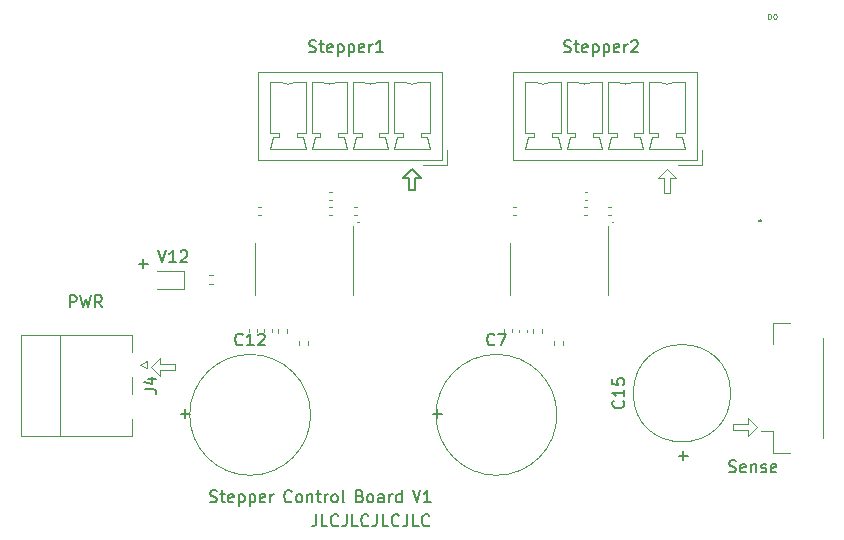
<source format=gbr>
%TF.GenerationSoftware,KiCad,Pcbnew,(7.0.0)*%
%TF.CreationDate,2023-03-01T19:42:45-06:00*%
%TF.ProjectId,TurretCtl,54757272-6574-4437-946c-2e6b69636164,rev?*%
%TF.SameCoordinates,Original*%
%TF.FileFunction,Legend,Top*%
%TF.FilePolarity,Positive*%
%FSLAX46Y46*%
G04 Gerber Fmt 4.6, Leading zero omitted, Abs format (unit mm)*
G04 Created by KiCad (PCBNEW (7.0.0)) date 2023-03-01 19:42:45*
%MOMM*%
%LPD*%
G01*
G04 APERTURE LIST*
%ADD10C,0.150000*%
%ADD11C,0.050000*%
%ADD12C,0.075800*%
%ADD13C,0.075000*%
%ADD14C,0.120000*%
G04 APERTURE END LIST*
D10*
X126238001Y-82804000D02*
G75*
G03*
X126238001Y-82804000I-1J0D01*
G01*
D11*
X138430000Y-100076000D02*
X137668000Y-100838000D01*
X137668000Y-100330000D01*
X136398000Y-100330000D01*
X136398000Y-99822000D01*
X137668000Y-99822000D01*
X137668000Y-99314000D01*
X138430000Y-100076000D01*
X87884000Y-94742000D02*
X89154000Y-94742000D01*
X89154000Y-95250000D01*
X87884000Y-95250000D01*
X87884000Y-95758000D01*
X87122000Y-94996000D01*
X87884000Y-94234000D01*
X87884000Y-94742000D01*
X104749600Y-82778600D02*
G75*
G03*
X104749600Y-82778600I-50800J0D01*
G01*
D12*
X104736700Y-82778600D02*
G75*
G03*
X104736700Y-82778600I-37900J0D01*
G01*
D10*
X109982000Y-78994000D02*
X109474000Y-78994000D01*
X109474000Y-80010000D01*
X108966000Y-80010000D01*
X108966000Y-78994000D01*
X108458000Y-78994000D01*
X109220000Y-78232000D01*
X109982000Y-78994000D01*
D11*
X131572000Y-78994000D02*
X131064000Y-78994000D01*
X131064000Y-80264000D01*
X130556000Y-80264000D01*
X130556000Y-78994000D01*
X130048000Y-78994000D01*
X130810000Y-78232000D01*
X131572000Y-78994000D01*
D10*
X104648001Y-82804000D02*
G75*
G03*
X104648001Y-82804000I-1J0D01*
G01*
D11*
X126288800Y-82804000D02*
G75*
G03*
X126288800Y-82804000I-50800J0D01*
G01*
D10*
X110982095Y-98969428D02*
X111744000Y-98969428D01*
X111363047Y-99350380D02*
X111363047Y-98588476D01*
X122110476Y-68314761D02*
X122253333Y-68362380D01*
X122253333Y-68362380D02*
X122491428Y-68362380D01*
X122491428Y-68362380D02*
X122586666Y-68314761D01*
X122586666Y-68314761D02*
X122634285Y-68267142D01*
X122634285Y-68267142D02*
X122681904Y-68171904D01*
X122681904Y-68171904D02*
X122681904Y-68076666D01*
X122681904Y-68076666D02*
X122634285Y-67981428D01*
X122634285Y-67981428D02*
X122586666Y-67933809D01*
X122586666Y-67933809D02*
X122491428Y-67886190D01*
X122491428Y-67886190D02*
X122300952Y-67838571D01*
X122300952Y-67838571D02*
X122205714Y-67790952D01*
X122205714Y-67790952D02*
X122158095Y-67743333D01*
X122158095Y-67743333D02*
X122110476Y-67648095D01*
X122110476Y-67648095D02*
X122110476Y-67552857D01*
X122110476Y-67552857D02*
X122158095Y-67457619D01*
X122158095Y-67457619D02*
X122205714Y-67410000D01*
X122205714Y-67410000D02*
X122300952Y-67362380D01*
X122300952Y-67362380D02*
X122539047Y-67362380D01*
X122539047Y-67362380D02*
X122681904Y-67410000D01*
X122967619Y-67695714D02*
X123348571Y-67695714D01*
X123110476Y-67362380D02*
X123110476Y-68219523D01*
X123110476Y-68219523D02*
X123158095Y-68314761D01*
X123158095Y-68314761D02*
X123253333Y-68362380D01*
X123253333Y-68362380D02*
X123348571Y-68362380D01*
X124062857Y-68314761D02*
X123967619Y-68362380D01*
X123967619Y-68362380D02*
X123777143Y-68362380D01*
X123777143Y-68362380D02*
X123681905Y-68314761D01*
X123681905Y-68314761D02*
X123634286Y-68219523D01*
X123634286Y-68219523D02*
X123634286Y-67838571D01*
X123634286Y-67838571D02*
X123681905Y-67743333D01*
X123681905Y-67743333D02*
X123777143Y-67695714D01*
X123777143Y-67695714D02*
X123967619Y-67695714D01*
X123967619Y-67695714D02*
X124062857Y-67743333D01*
X124062857Y-67743333D02*
X124110476Y-67838571D01*
X124110476Y-67838571D02*
X124110476Y-67933809D01*
X124110476Y-67933809D02*
X123634286Y-68029047D01*
X124539048Y-67695714D02*
X124539048Y-68695714D01*
X124539048Y-67743333D02*
X124634286Y-67695714D01*
X124634286Y-67695714D02*
X124824762Y-67695714D01*
X124824762Y-67695714D02*
X124920000Y-67743333D01*
X124920000Y-67743333D02*
X124967619Y-67790952D01*
X124967619Y-67790952D02*
X125015238Y-67886190D01*
X125015238Y-67886190D02*
X125015238Y-68171904D01*
X125015238Y-68171904D02*
X124967619Y-68267142D01*
X124967619Y-68267142D02*
X124920000Y-68314761D01*
X124920000Y-68314761D02*
X124824762Y-68362380D01*
X124824762Y-68362380D02*
X124634286Y-68362380D01*
X124634286Y-68362380D02*
X124539048Y-68314761D01*
X125443810Y-67695714D02*
X125443810Y-68695714D01*
X125443810Y-67743333D02*
X125539048Y-67695714D01*
X125539048Y-67695714D02*
X125729524Y-67695714D01*
X125729524Y-67695714D02*
X125824762Y-67743333D01*
X125824762Y-67743333D02*
X125872381Y-67790952D01*
X125872381Y-67790952D02*
X125920000Y-67886190D01*
X125920000Y-67886190D02*
X125920000Y-68171904D01*
X125920000Y-68171904D02*
X125872381Y-68267142D01*
X125872381Y-68267142D02*
X125824762Y-68314761D01*
X125824762Y-68314761D02*
X125729524Y-68362380D01*
X125729524Y-68362380D02*
X125539048Y-68362380D01*
X125539048Y-68362380D02*
X125443810Y-68314761D01*
X126729524Y-68314761D02*
X126634286Y-68362380D01*
X126634286Y-68362380D02*
X126443810Y-68362380D01*
X126443810Y-68362380D02*
X126348572Y-68314761D01*
X126348572Y-68314761D02*
X126300953Y-68219523D01*
X126300953Y-68219523D02*
X126300953Y-67838571D01*
X126300953Y-67838571D02*
X126348572Y-67743333D01*
X126348572Y-67743333D02*
X126443810Y-67695714D01*
X126443810Y-67695714D02*
X126634286Y-67695714D01*
X126634286Y-67695714D02*
X126729524Y-67743333D01*
X126729524Y-67743333D02*
X126777143Y-67838571D01*
X126777143Y-67838571D02*
X126777143Y-67933809D01*
X126777143Y-67933809D02*
X126300953Y-68029047D01*
X127205715Y-68362380D02*
X127205715Y-67695714D01*
X127205715Y-67886190D02*
X127253334Y-67790952D01*
X127253334Y-67790952D02*
X127300953Y-67743333D01*
X127300953Y-67743333D02*
X127396191Y-67695714D01*
X127396191Y-67695714D02*
X127491429Y-67695714D01*
X127777144Y-67457619D02*
X127824763Y-67410000D01*
X127824763Y-67410000D02*
X127920001Y-67362380D01*
X127920001Y-67362380D02*
X128158096Y-67362380D01*
X128158096Y-67362380D02*
X128253334Y-67410000D01*
X128253334Y-67410000D02*
X128300953Y-67457619D01*
X128300953Y-67457619D02*
X128348572Y-67552857D01*
X128348572Y-67552857D02*
X128348572Y-67648095D01*
X128348572Y-67648095D02*
X128300953Y-67790952D01*
X128300953Y-67790952D02*
X127729525Y-68362380D01*
X127729525Y-68362380D02*
X128348572Y-68362380D01*
X86090095Y-86269428D02*
X86852000Y-86269428D01*
X86471047Y-86650380D02*
X86471047Y-85888476D01*
X89646095Y-98969428D02*
X90408000Y-98969428D01*
X90027047Y-99350380D02*
X90027047Y-98588476D01*
X80248095Y-89952380D02*
X80248095Y-88952380D01*
X80248095Y-88952380D02*
X80629047Y-88952380D01*
X80629047Y-88952380D02*
X80724285Y-89000000D01*
X80724285Y-89000000D02*
X80771904Y-89047619D01*
X80771904Y-89047619D02*
X80819523Y-89142857D01*
X80819523Y-89142857D02*
X80819523Y-89285714D01*
X80819523Y-89285714D02*
X80771904Y-89380952D01*
X80771904Y-89380952D02*
X80724285Y-89428571D01*
X80724285Y-89428571D02*
X80629047Y-89476190D01*
X80629047Y-89476190D02*
X80248095Y-89476190D01*
X81152857Y-88952380D02*
X81390952Y-89952380D01*
X81390952Y-89952380D02*
X81581428Y-89238095D01*
X81581428Y-89238095D02*
X81771904Y-89952380D01*
X81771904Y-89952380D02*
X82010000Y-88952380D01*
X82962380Y-89952380D02*
X82629047Y-89476190D01*
X82390952Y-89952380D02*
X82390952Y-88952380D01*
X82390952Y-88952380D02*
X82771904Y-88952380D01*
X82771904Y-88952380D02*
X82867142Y-89000000D01*
X82867142Y-89000000D02*
X82914761Y-89047619D01*
X82914761Y-89047619D02*
X82962380Y-89142857D01*
X82962380Y-89142857D02*
X82962380Y-89285714D01*
X82962380Y-89285714D02*
X82914761Y-89380952D01*
X82914761Y-89380952D02*
X82867142Y-89428571D01*
X82867142Y-89428571D02*
X82771904Y-89476190D01*
X82771904Y-89476190D02*
X82390952Y-89476190D01*
X131810095Y-102525428D02*
X132572000Y-102525428D01*
X132191047Y-102906380D02*
X132191047Y-102144476D01*
X101107809Y-107494380D02*
X101107809Y-108208666D01*
X101107809Y-108208666D02*
X101060190Y-108351523D01*
X101060190Y-108351523D02*
X100964952Y-108446761D01*
X100964952Y-108446761D02*
X100822095Y-108494380D01*
X100822095Y-108494380D02*
X100726857Y-108494380D01*
X102060190Y-108494380D02*
X101584000Y-108494380D01*
X101584000Y-108494380D02*
X101584000Y-107494380D01*
X102964952Y-108399142D02*
X102917333Y-108446761D01*
X102917333Y-108446761D02*
X102774476Y-108494380D01*
X102774476Y-108494380D02*
X102679238Y-108494380D01*
X102679238Y-108494380D02*
X102536381Y-108446761D01*
X102536381Y-108446761D02*
X102441143Y-108351523D01*
X102441143Y-108351523D02*
X102393524Y-108256285D01*
X102393524Y-108256285D02*
X102345905Y-108065809D01*
X102345905Y-108065809D02*
X102345905Y-107922952D01*
X102345905Y-107922952D02*
X102393524Y-107732476D01*
X102393524Y-107732476D02*
X102441143Y-107637238D01*
X102441143Y-107637238D02*
X102536381Y-107542000D01*
X102536381Y-107542000D02*
X102679238Y-107494380D01*
X102679238Y-107494380D02*
X102774476Y-107494380D01*
X102774476Y-107494380D02*
X102917333Y-107542000D01*
X102917333Y-107542000D02*
X102964952Y-107589619D01*
X103679238Y-107494380D02*
X103679238Y-108208666D01*
X103679238Y-108208666D02*
X103631619Y-108351523D01*
X103631619Y-108351523D02*
X103536381Y-108446761D01*
X103536381Y-108446761D02*
X103393524Y-108494380D01*
X103393524Y-108494380D02*
X103298286Y-108494380D01*
X104631619Y-108494380D02*
X104155429Y-108494380D01*
X104155429Y-108494380D02*
X104155429Y-107494380D01*
X105536381Y-108399142D02*
X105488762Y-108446761D01*
X105488762Y-108446761D02*
X105345905Y-108494380D01*
X105345905Y-108494380D02*
X105250667Y-108494380D01*
X105250667Y-108494380D02*
X105107810Y-108446761D01*
X105107810Y-108446761D02*
X105012572Y-108351523D01*
X105012572Y-108351523D02*
X104964953Y-108256285D01*
X104964953Y-108256285D02*
X104917334Y-108065809D01*
X104917334Y-108065809D02*
X104917334Y-107922952D01*
X104917334Y-107922952D02*
X104964953Y-107732476D01*
X104964953Y-107732476D02*
X105012572Y-107637238D01*
X105012572Y-107637238D02*
X105107810Y-107542000D01*
X105107810Y-107542000D02*
X105250667Y-107494380D01*
X105250667Y-107494380D02*
X105345905Y-107494380D01*
X105345905Y-107494380D02*
X105488762Y-107542000D01*
X105488762Y-107542000D02*
X105536381Y-107589619D01*
X106250667Y-107494380D02*
X106250667Y-108208666D01*
X106250667Y-108208666D02*
X106203048Y-108351523D01*
X106203048Y-108351523D02*
X106107810Y-108446761D01*
X106107810Y-108446761D02*
X105964953Y-108494380D01*
X105964953Y-108494380D02*
X105869715Y-108494380D01*
X107203048Y-108494380D02*
X106726858Y-108494380D01*
X106726858Y-108494380D02*
X106726858Y-107494380D01*
X108107810Y-108399142D02*
X108060191Y-108446761D01*
X108060191Y-108446761D02*
X107917334Y-108494380D01*
X107917334Y-108494380D02*
X107822096Y-108494380D01*
X107822096Y-108494380D02*
X107679239Y-108446761D01*
X107679239Y-108446761D02*
X107584001Y-108351523D01*
X107584001Y-108351523D02*
X107536382Y-108256285D01*
X107536382Y-108256285D02*
X107488763Y-108065809D01*
X107488763Y-108065809D02*
X107488763Y-107922952D01*
X107488763Y-107922952D02*
X107536382Y-107732476D01*
X107536382Y-107732476D02*
X107584001Y-107637238D01*
X107584001Y-107637238D02*
X107679239Y-107542000D01*
X107679239Y-107542000D02*
X107822096Y-107494380D01*
X107822096Y-107494380D02*
X107917334Y-107494380D01*
X107917334Y-107494380D02*
X108060191Y-107542000D01*
X108060191Y-107542000D02*
X108107810Y-107589619D01*
X108822096Y-107494380D02*
X108822096Y-108208666D01*
X108822096Y-108208666D02*
X108774477Y-108351523D01*
X108774477Y-108351523D02*
X108679239Y-108446761D01*
X108679239Y-108446761D02*
X108536382Y-108494380D01*
X108536382Y-108494380D02*
X108441144Y-108494380D01*
X109774477Y-108494380D02*
X109298287Y-108494380D01*
X109298287Y-108494380D02*
X109298287Y-107494380D01*
X110679239Y-108399142D02*
X110631620Y-108446761D01*
X110631620Y-108446761D02*
X110488763Y-108494380D01*
X110488763Y-108494380D02*
X110393525Y-108494380D01*
X110393525Y-108494380D02*
X110250668Y-108446761D01*
X110250668Y-108446761D02*
X110155430Y-108351523D01*
X110155430Y-108351523D02*
X110107811Y-108256285D01*
X110107811Y-108256285D02*
X110060192Y-108065809D01*
X110060192Y-108065809D02*
X110060192Y-107922952D01*
X110060192Y-107922952D02*
X110107811Y-107732476D01*
X110107811Y-107732476D02*
X110155430Y-107637238D01*
X110155430Y-107637238D02*
X110250668Y-107542000D01*
X110250668Y-107542000D02*
X110393525Y-107494380D01*
X110393525Y-107494380D02*
X110488763Y-107494380D01*
X110488763Y-107494380D02*
X110631620Y-107542000D01*
X110631620Y-107542000D02*
X110679239Y-107589619D01*
X100520476Y-68314761D02*
X100663333Y-68362380D01*
X100663333Y-68362380D02*
X100901428Y-68362380D01*
X100901428Y-68362380D02*
X100996666Y-68314761D01*
X100996666Y-68314761D02*
X101044285Y-68267142D01*
X101044285Y-68267142D02*
X101091904Y-68171904D01*
X101091904Y-68171904D02*
X101091904Y-68076666D01*
X101091904Y-68076666D02*
X101044285Y-67981428D01*
X101044285Y-67981428D02*
X100996666Y-67933809D01*
X100996666Y-67933809D02*
X100901428Y-67886190D01*
X100901428Y-67886190D02*
X100710952Y-67838571D01*
X100710952Y-67838571D02*
X100615714Y-67790952D01*
X100615714Y-67790952D02*
X100568095Y-67743333D01*
X100568095Y-67743333D02*
X100520476Y-67648095D01*
X100520476Y-67648095D02*
X100520476Y-67552857D01*
X100520476Y-67552857D02*
X100568095Y-67457619D01*
X100568095Y-67457619D02*
X100615714Y-67410000D01*
X100615714Y-67410000D02*
X100710952Y-67362380D01*
X100710952Y-67362380D02*
X100949047Y-67362380D01*
X100949047Y-67362380D02*
X101091904Y-67410000D01*
X101377619Y-67695714D02*
X101758571Y-67695714D01*
X101520476Y-67362380D02*
X101520476Y-68219523D01*
X101520476Y-68219523D02*
X101568095Y-68314761D01*
X101568095Y-68314761D02*
X101663333Y-68362380D01*
X101663333Y-68362380D02*
X101758571Y-68362380D01*
X102472857Y-68314761D02*
X102377619Y-68362380D01*
X102377619Y-68362380D02*
X102187143Y-68362380D01*
X102187143Y-68362380D02*
X102091905Y-68314761D01*
X102091905Y-68314761D02*
X102044286Y-68219523D01*
X102044286Y-68219523D02*
X102044286Y-67838571D01*
X102044286Y-67838571D02*
X102091905Y-67743333D01*
X102091905Y-67743333D02*
X102187143Y-67695714D01*
X102187143Y-67695714D02*
X102377619Y-67695714D01*
X102377619Y-67695714D02*
X102472857Y-67743333D01*
X102472857Y-67743333D02*
X102520476Y-67838571D01*
X102520476Y-67838571D02*
X102520476Y-67933809D01*
X102520476Y-67933809D02*
X102044286Y-68029047D01*
X102949048Y-67695714D02*
X102949048Y-68695714D01*
X102949048Y-67743333D02*
X103044286Y-67695714D01*
X103044286Y-67695714D02*
X103234762Y-67695714D01*
X103234762Y-67695714D02*
X103330000Y-67743333D01*
X103330000Y-67743333D02*
X103377619Y-67790952D01*
X103377619Y-67790952D02*
X103425238Y-67886190D01*
X103425238Y-67886190D02*
X103425238Y-68171904D01*
X103425238Y-68171904D02*
X103377619Y-68267142D01*
X103377619Y-68267142D02*
X103330000Y-68314761D01*
X103330000Y-68314761D02*
X103234762Y-68362380D01*
X103234762Y-68362380D02*
X103044286Y-68362380D01*
X103044286Y-68362380D02*
X102949048Y-68314761D01*
X103853810Y-67695714D02*
X103853810Y-68695714D01*
X103853810Y-67743333D02*
X103949048Y-67695714D01*
X103949048Y-67695714D02*
X104139524Y-67695714D01*
X104139524Y-67695714D02*
X104234762Y-67743333D01*
X104234762Y-67743333D02*
X104282381Y-67790952D01*
X104282381Y-67790952D02*
X104330000Y-67886190D01*
X104330000Y-67886190D02*
X104330000Y-68171904D01*
X104330000Y-68171904D02*
X104282381Y-68267142D01*
X104282381Y-68267142D02*
X104234762Y-68314761D01*
X104234762Y-68314761D02*
X104139524Y-68362380D01*
X104139524Y-68362380D02*
X103949048Y-68362380D01*
X103949048Y-68362380D02*
X103853810Y-68314761D01*
X105139524Y-68314761D02*
X105044286Y-68362380D01*
X105044286Y-68362380D02*
X104853810Y-68362380D01*
X104853810Y-68362380D02*
X104758572Y-68314761D01*
X104758572Y-68314761D02*
X104710953Y-68219523D01*
X104710953Y-68219523D02*
X104710953Y-67838571D01*
X104710953Y-67838571D02*
X104758572Y-67743333D01*
X104758572Y-67743333D02*
X104853810Y-67695714D01*
X104853810Y-67695714D02*
X105044286Y-67695714D01*
X105044286Y-67695714D02*
X105139524Y-67743333D01*
X105139524Y-67743333D02*
X105187143Y-67838571D01*
X105187143Y-67838571D02*
X105187143Y-67933809D01*
X105187143Y-67933809D02*
X104710953Y-68029047D01*
X105615715Y-68362380D02*
X105615715Y-67695714D01*
X105615715Y-67886190D02*
X105663334Y-67790952D01*
X105663334Y-67790952D02*
X105710953Y-67743333D01*
X105710953Y-67743333D02*
X105806191Y-67695714D01*
X105806191Y-67695714D02*
X105901429Y-67695714D01*
X106758572Y-68362380D02*
X106187144Y-68362380D01*
X106472858Y-68362380D02*
X106472858Y-67362380D01*
X106472858Y-67362380D02*
X106377620Y-67505238D01*
X106377620Y-67505238D02*
X106282382Y-67600476D01*
X106282382Y-67600476D02*
X106187144Y-67648095D01*
X92138476Y-106414761D02*
X92281333Y-106462380D01*
X92281333Y-106462380D02*
X92519428Y-106462380D01*
X92519428Y-106462380D02*
X92614666Y-106414761D01*
X92614666Y-106414761D02*
X92662285Y-106367142D01*
X92662285Y-106367142D02*
X92709904Y-106271904D01*
X92709904Y-106271904D02*
X92709904Y-106176666D01*
X92709904Y-106176666D02*
X92662285Y-106081428D01*
X92662285Y-106081428D02*
X92614666Y-106033809D01*
X92614666Y-106033809D02*
X92519428Y-105986190D01*
X92519428Y-105986190D02*
X92328952Y-105938571D01*
X92328952Y-105938571D02*
X92233714Y-105890952D01*
X92233714Y-105890952D02*
X92186095Y-105843333D01*
X92186095Y-105843333D02*
X92138476Y-105748095D01*
X92138476Y-105748095D02*
X92138476Y-105652857D01*
X92138476Y-105652857D02*
X92186095Y-105557619D01*
X92186095Y-105557619D02*
X92233714Y-105510000D01*
X92233714Y-105510000D02*
X92328952Y-105462380D01*
X92328952Y-105462380D02*
X92567047Y-105462380D01*
X92567047Y-105462380D02*
X92709904Y-105510000D01*
X92995619Y-105795714D02*
X93376571Y-105795714D01*
X93138476Y-105462380D02*
X93138476Y-106319523D01*
X93138476Y-106319523D02*
X93186095Y-106414761D01*
X93186095Y-106414761D02*
X93281333Y-106462380D01*
X93281333Y-106462380D02*
X93376571Y-106462380D01*
X94090857Y-106414761D02*
X93995619Y-106462380D01*
X93995619Y-106462380D02*
X93805143Y-106462380D01*
X93805143Y-106462380D02*
X93709905Y-106414761D01*
X93709905Y-106414761D02*
X93662286Y-106319523D01*
X93662286Y-106319523D02*
X93662286Y-105938571D01*
X93662286Y-105938571D02*
X93709905Y-105843333D01*
X93709905Y-105843333D02*
X93805143Y-105795714D01*
X93805143Y-105795714D02*
X93995619Y-105795714D01*
X93995619Y-105795714D02*
X94090857Y-105843333D01*
X94090857Y-105843333D02*
X94138476Y-105938571D01*
X94138476Y-105938571D02*
X94138476Y-106033809D01*
X94138476Y-106033809D02*
X93662286Y-106129047D01*
X94567048Y-105795714D02*
X94567048Y-106795714D01*
X94567048Y-105843333D02*
X94662286Y-105795714D01*
X94662286Y-105795714D02*
X94852762Y-105795714D01*
X94852762Y-105795714D02*
X94948000Y-105843333D01*
X94948000Y-105843333D02*
X94995619Y-105890952D01*
X94995619Y-105890952D02*
X95043238Y-105986190D01*
X95043238Y-105986190D02*
X95043238Y-106271904D01*
X95043238Y-106271904D02*
X94995619Y-106367142D01*
X94995619Y-106367142D02*
X94948000Y-106414761D01*
X94948000Y-106414761D02*
X94852762Y-106462380D01*
X94852762Y-106462380D02*
X94662286Y-106462380D01*
X94662286Y-106462380D02*
X94567048Y-106414761D01*
X95471810Y-105795714D02*
X95471810Y-106795714D01*
X95471810Y-105843333D02*
X95567048Y-105795714D01*
X95567048Y-105795714D02*
X95757524Y-105795714D01*
X95757524Y-105795714D02*
X95852762Y-105843333D01*
X95852762Y-105843333D02*
X95900381Y-105890952D01*
X95900381Y-105890952D02*
X95948000Y-105986190D01*
X95948000Y-105986190D02*
X95948000Y-106271904D01*
X95948000Y-106271904D02*
X95900381Y-106367142D01*
X95900381Y-106367142D02*
X95852762Y-106414761D01*
X95852762Y-106414761D02*
X95757524Y-106462380D01*
X95757524Y-106462380D02*
X95567048Y-106462380D01*
X95567048Y-106462380D02*
X95471810Y-106414761D01*
X96757524Y-106414761D02*
X96662286Y-106462380D01*
X96662286Y-106462380D02*
X96471810Y-106462380D01*
X96471810Y-106462380D02*
X96376572Y-106414761D01*
X96376572Y-106414761D02*
X96328953Y-106319523D01*
X96328953Y-106319523D02*
X96328953Y-105938571D01*
X96328953Y-105938571D02*
X96376572Y-105843333D01*
X96376572Y-105843333D02*
X96471810Y-105795714D01*
X96471810Y-105795714D02*
X96662286Y-105795714D01*
X96662286Y-105795714D02*
X96757524Y-105843333D01*
X96757524Y-105843333D02*
X96805143Y-105938571D01*
X96805143Y-105938571D02*
X96805143Y-106033809D01*
X96805143Y-106033809D02*
X96328953Y-106129047D01*
X97233715Y-106462380D02*
X97233715Y-105795714D01*
X97233715Y-105986190D02*
X97281334Y-105890952D01*
X97281334Y-105890952D02*
X97328953Y-105843333D01*
X97328953Y-105843333D02*
X97424191Y-105795714D01*
X97424191Y-105795714D02*
X97519429Y-105795714D01*
X99024191Y-106367142D02*
X98976572Y-106414761D01*
X98976572Y-106414761D02*
X98833715Y-106462380D01*
X98833715Y-106462380D02*
X98738477Y-106462380D01*
X98738477Y-106462380D02*
X98595620Y-106414761D01*
X98595620Y-106414761D02*
X98500382Y-106319523D01*
X98500382Y-106319523D02*
X98452763Y-106224285D01*
X98452763Y-106224285D02*
X98405144Y-106033809D01*
X98405144Y-106033809D02*
X98405144Y-105890952D01*
X98405144Y-105890952D02*
X98452763Y-105700476D01*
X98452763Y-105700476D02*
X98500382Y-105605238D01*
X98500382Y-105605238D02*
X98595620Y-105510000D01*
X98595620Y-105510000D02*
X98738477Y-105462380D01*
X98738477Y-105462380D02*
X98833715Y-105462380D01*
X98833715Y-105462380D02*
X98976572Y-105510000D01*
X98976572Y-105510000D02*
X99024191Y-105557619D01*
X99595620Y-106462380D02*
X99500382Y-106414761D01*
X99500382Y-106414761D02*
X99452763Y-106367142D01*
X99452763Y-106367142D02*
X99405144Y-106271904D01*
X99405144Y-106271904D02*
X99405144Y-105986190D01*
X99405144Y-105986190D02*
X99452763Y-105890952D01*
X99452763Y-105890952D02*
X99500382Y-105843333D01*
X99500382Y-105843333D02*
X99595620Y-105795714D01*
X99595620Y-105795714D02*
X99738477Y-105795714D01*
X99738477Y-105795714D02*
X99833715Y-105843333D01*
X99833715Y-105843333D02*
X99881334Y-105890952D01*
X99881334Y-105890952D02*
X99928953Y-105986190D01*
X99928953Y-105986190D02*
X99928953Y-106271904D01*
X99928953Y-106271904D02*
X99881334Y-106367142D01*
X99881334Y-106367142D02*
X99833715Y-106414761D01*
X99833715Y-106414761D02*
X99738477Y-106462380D01*
X99738477Y-106462380D02*
X99595620Y-106462380D01*
X100357525Y-105795714D02*
X100357525Y-106462380D01*
X100357525Y-105890952D02*
X100405144Y-105843333D01*
X100405144Y-105843333D02*
X100500382Y-105795714D01*
X100500382Y-105795714D02*
X100643239Y-105795714D01*
X100643239Y-105795714D02*
X100738477Y-105843333D01*
X100738477Y-105843333D02*
X100786096Y-105938571D01*
X100786096Y-105938571D02*
X100786096Y-106462380D01*
X101119430Y-105795714D02*
X101500382Y-105795714D01*
X101262287Y-105462380D02*
X101262287Y-106319523D01*
X101262287Y-106319523D02*
X101309906Y-106414761D01*
X101309906Y-106414761D02*
X101405144Y-106462380D01*
X101405144Y-106462380D02*
X101500382Y-106462380D01*
X101833716Y-106462380D02*
X101833716Y-105795714D01*
X101833716Y-105986190D02*
X101881335Y-105890952D01*
X101881335Y-105890952D02*
X101928954Y-105843333D01*
X101928954Y-105843333D02*
X102024192Y-105795714D01*
X102024192Y-105795714D02*
X102119430Y-105795714D01*
X102595621Y-106462380D02*
X102500383Y-106414761D01*
X102500383Y-106414761D02*
X102452764Y-106367142D01*
X102452764Y-106367142D02*
X102405145Y-106271904D01*
X102405145Y-106271904D02*
X102405145Y-105986190D01*
X102405145Y-105986190D02*
X102452764Y-105890952D01*
X102452764Y-105890952D02*
X102500383Y-105843333D01*
X102500383Y-105843333D02*
X102595621Y-105795714D01*
X102595621Y-105795714D02*
X102738478Y-105795714D01*
X102738478Y-105795714D02*
X102833716Y-105843333D01*
X102833716Y-105843333D02*
X102881335Y-105890952D01*
X102881335Y-105890952D02*
X102928954Y-105986190D01*
X102928954Y-105986190D02*
X102928954Y-106271904D01*
X102928954Y-106271904D02*
X102881335Y-106367142D01*
X102881335Y-106367142D02*
X102833716Y-106414761D01*
X102833716Y-106414761D02*
X102738478Y-106462380D01*
X102738478Y-106462380D02*
X102595621Y-106462380D01*
X103500383Y-106462380D02*
X103405145Y-106414761D01*
X103405145Y-106414761D02*
X103357526Y-106319523D01*
X103357526Y-106319523D02*
X103357526Y-105462380D01*
X104814669Y-105938571D02*
X104957526Y-105986190D01*
X104957526Y-105986190D02*
X105005145Y-106033809D01*
X105005145Y-106033809D02*
X105052764Y-106129047D01*
X105052764Y-106129047D02*
X105052764Y-106271904D01*
X105052764Y-106271904D02*
X105005145Y-106367142D01*
X105005145Y-106367142D02*
X104957526Y-106414761D01*
X104957526Y-106414761D02*
X104862288Y-106462380D01*
X104862288Y-106462380D02*
X104481336Y-106462380D01*
X104481336Y-106462380D02*
X104481336Y-105462380D01*
X104481336Y-105462380D02*
X104814669Y-105462380D01*
X104814669Y-105462380D02*
X104909907Y-105510000D01*
X104909907Y-105510000D02*
X104957526Y-105557619D01*
X104957526Y-105557619D02*
X105005145Y-105652857D01*
X105005145Y-105652857D02*
X105005145Y-105748095D01*
X105005145Y-105748095D02*
X104957526Y-105843333D01*
X104957526Y-105843333D02*
X104909907Y-105890952D01*
X104909907Y-105890952D02*
X104814669Y-105938571D01*
X104814669Y-105938571D02*
X104481336Y-105938571D01*
X105624193Y-106462380D02*
X105528955Y-106414761D01*
X105528955Y-106414761D02*
X105481336Y-106367142D01*
X105481336Y-106367142D02*
X105433717Y-106271904D01*
X105433717Y-106271904D02*
X105433717Y-105986190D01*
X105433717Y-105986190D02*
X105481336Y-105890952D01*
X105481336Y-105890952D02*
X105528955Y-105843333D01*
X105528955Y-105843333D02*
X105624193Y-105795714D01*
X105624193Y-105795714D02*
X105767050Y-105795714D01*
X105767050Y-105795714D02*
X105862288Y-105843333D01*
X105862288Y-105843333D02*
X105909907Y-105890952D01*
X105909907Y-105890952D02*
X105957526Y-105986190D01*
X105957526Y-105986190D02*
X105957526Y-106271904D01*
X105957526Y-106271904D02*
X105909907Y-106367142D01*
X105909907Y-106367142D02*
X105862288Y-106414761D01*
X105862288Y-106414761D02*
X105767050Y-106462380D01*
X105767050Y-106462380D02*
X105624193Y-106462380D01*
X106814669Y-106462380D02*
X106814669Y-105938571D01*
X106814669Y-105938571D02*
X106767050Y-105843333D01*
X106767050Y-105843333D02*
X106671812Y-105795714D01*
X106671812Y-105795714D02*
X106481336Y-105795714D01*
X106481336Y-105795714D02*
X106386098Y-105843333D01*
X106814669Y-106414761D02*
X106719431Y-106462380D01*
X106719431Y-106462380D02*
X106481336Y-106462380D01*
X106481336Y-106462380D02*
X106386098Y-106414761D01*
X106386098Y-106414761D02*
X106338479Y-106319523D01*
X106338479Y-106319523D02*
X106338479Y-106224285D01*
X106338479Y-106224285D02*
X106386098Y-106129047D01*
X106386098Y-106129047D02*
X106481336Y-106081428D01*
X106481336Y-106081428D02*
X106719431Y-106081428D01*
X106719431Y-106081428D02*
X106814669Y-106033809D01*
X107290860Y-106462380D02*
X107290860Y-105795714D01*
X107290860Y-105986190D02*
X107338479Y-105890952D01*
X107338479Y-105890952D02*
X107386098Y-105843333D01*
X107386098Y-105843333D02*
X107481336Y-105795714D01*
X107481336Y-105795714D02*
X107576574Y-105795714D01*
X108338479Y-106462380D02*
X108338479Y-105462380D01*
X108338479Y-106414761D02*
X108243241Y-106462380D01*
X108243241Y-106462380D02*
X108052765Y-106462380D01*
X108052765Y-106462380D02*
X107957527Y-106414761D01*
X107957527Y-106414761D02*
X107909908Y-106367142D01*
X107909908Y-106367142D02*
X107862289Y-106271904D01*
X107862289Y-106271904D02*
X107862289Y-105986190D01*
X107862289Y-105986190D02*
X107909908Y-105890952D01*
X107909908Y-105890952D02*
X107957527Y-105843333D01*
X107957527Y-105843333D02*
X108052765Y-105795714D01*
X108052765Y-105795714D02*
X108243241Y-105795714D01*
X108243241Y-105795714D02*
X108338479Y-105843333D01*
X109271813Y-105462380D02*
X109605146Y-106462380D01*
X109605146Y-106462380D02*
X109938479Y-105462380D01*
X110795622Y-106462380D02*
X110224194Y-106462380D01*
X110509908Y-106462380D02*
X110509908Y-105462380D01*
X110509908Y-105462380D02*
X110414670Y-105605238D01*
X110414670Y-105605238D02*
X110319432Y-105700476D01*
X110319432Y-105700476D02*
X110224194Y-105748095D01*
X136080476Y-103874761D02*
X136223333Y-103922380D01*
X136223333Y-103922380D02*
X136461428Y-103922380D01*
X136461428Y-103922380D02*
X136556666Y-103874761D01*
X136556666Y-103874761D02*
X136604285Y-103827142D01*
X136604285Y-103827142D02*
X136651904Y-103731904D01*
X136651904Y-103731904D02*
X136651904Y-103636666D01*
X136651904Y-103636666D02*
X136604285Y-103541428D01*
X136604285Y-103541428D02*
X136556666Y-103493809D01*
X136556666Y-103493809D02*
X136461428Y-103446190D01*
X136461428Y-103446190D02*
X136270952Y-103398571D01*
X136270952Y-103398571D02*
X136175714Y-103350952D01*
X136175714Y-103350952D02*
X136128095Y-103303333D01*
X136128095Y-103303333D02*
X136080476Y-103208095D01*
X136080476Y-103208095D02*
X136080476Y-103112857D01*
X136080476Y-103112857D02*
X136128095Y-103017619D01*
X136128095Y-103017619D02*
X136175714Y-102970000D01*
X136175714Y-102970000D02*
X136270952Y-102922380D01*
X136270952Y-102922380D02*
X136509047Y-102922380D01*
X136509047Y-102922380D02*
X136651904Y-102970000D01*
X137461428Y-103874761D02*
X137366190Y-103922380D01*
X137366190Y-103922380D02*
X137175714Y-103922380D01*
X137175714Y-103922380D02*
X137080476Y-103874761D01*
X137080476Y-103874761D02*
X137032857Y-103779523D01*
X137032857Y-103779523D02*
X137032857Y-103398571D01*
X137032857Y-103398571D02*
X137080476Y-103303333D01*
X137080476Y-103303333D02*
X137175714Y-103255714D01*
X137175714Y-103255714D02*
X137366190Y-103255714D01*
X137366190Y-103255714D02*
X137461428Y-103303333D01*
X137461428Y-103303333D02*
X137509047Y-103398571D01*
X137509047Y-103398571D02*
X137509047Y-103493809D01*
X137509047Y-103493809D02*
X137032857Y-103589047D01*
X137937619Y-103255714D02*
X137937619Y-103922380D01*
X137937619Y-103350952D02*
X137985238Y-103303333D01*
X137985238Y-103303333D02*
X138080476Y-103255714D01*
X138080476Y-103255714D02*
X138223333Y-103255714D01*
X138223333Y-103255714D02*
X138318571Y-103303333D01*
X138318571Y-103303333D02*
X138366190Y-103398571D01*
X138366190Y-103398571D02*
X138366190Y-103922380D01*
X138794762Y-103874761D02*
X138890000Y-103922380D01*
X138890000Y-103922380D02*
X139080476Y-103922380D01*
X139080476Y-103922380D02*
X139175714Y-103874761D01*
X139175714Y-103874761D02*
X139223333Y-103779523D01*
X139223333Y-103779523D02*
X139223333Y-103731904D01*
X139223333Y-103731904D02*
X139175714Y-103636666D01*
X139175714Y-103636666D02*
X139080476Y-103589047D01*
X139080476Y-103589047D02*
X138937619Y-103589047D01*
X138937619Y-103589047D02*
X138842381Y-103541428D01*
X138842381Y-103541428D02*
X138794762Y-103446190D01*
X138794762Y-103446190D02*
X138794762Y-103398571D01*
X138794762Y-103398571D02*
X138842381Y-103303333D01*
X138842381Y-103303333D02*
X138937619Y-103255714D01*
X138937619Y-103255714D02*
X139080476Y-103255714D01*
X139080476Y-103255714D02*
X139175714Y-103303333D01*
X140032857Y-103874761D02*
X139937619Y-103922380D01*
X139937619Y-103922380D02*
X139747143Y-103922380D01*
X139747143Y-103922380D02*
X139651905Y-103874761D01*
X139651905Y-103874761D02*
X139604286Y-103779523D01*
X139604286Y-103779523D02*
X139604286Y-103398571D01*
X139604286Y-103398571D02*
X139651905Y-103303333D01*
X139651905Y-103303333D02*
X139747143Y-103255714D01*
X139747143Y-103255714D02*
X139937619Y-103255714D01*
X139937619Y-103255714D02*
X140032857Y-103303333D01*
X140032857Y-103303333D02*
X140080476Y-103398571D01*
X140080476Y-103398571D02*
X140080476Y-103493809D01*
X140080476Y-103493809D02*
X139604286Y-103589047D01*
X87725238Y-85142380D02*
X88058571Y-86142380D01*
X88058571Y-86142380D02*
X88391904Y-85142380D01*
X89249047Y-86142380D02*
X88677619Y-86142380D01*
X88963333Y-86142380D02*
X88963333Y-85142380D01*
X88963333Y-85142380D02*
X88868095Y-85285238D01*
X88868095Y-85285238D02*
X88772857Y-85380476D01*
X88772857Y-85380476D02*
X88677619Y-85428095D01*
X89630000Y-85237619D02*
X89677619Y-85190000D01*
X89677619Y-85190000D02*
X89772857Y-85142380D01*
X89772857Y-85142380D02*
X90010952Y-85142380D01*
X90010952Y-85142380D02*
X90106190Y-85190000D01*
X90106190Y-85190000D02*
X90153809Y-85237619D01*
X90153809Y-85237619D02*
X90201428Y-85332857D01*
X90201428Y-85332857D02*
X90201428Y-85428095D01*
X90201428Y-85428095D02*
X90153809Y-85570952D01*
X90153809Y-85570952D02*
X89582381Y-86142380D01*
X89582381Y-86142380D02*
X90201428Y-86142380D01*
%TO.C,C7*%
X116205333Y-93082142D02*
X116157714Y-93129761D01*
X116157714Y-93129761D02*
X116014857Y-93177380D01*
X116014857Y-93177380D02*
X115919619Y-93177380D01*
X115919619Y-93177380D02*
X115776762Y-93129761D01*
X115776762Y-93129761D02*
X115681524Y-93034523D01*
X115681524Y-93034523D02*
X115633905Y-92939285D01*
X115633905Y-92939285D02*
X115586286Y-92748809D01*
X115586286Y-92748809D02*
X115586286Y-92605952D01*
X115586286Y-92605952D02*
X115633905Y-92415476D01*
X115633905Y-92415476D02*
X115681524Y-92320238D01*
X115681524Y-92320238D02*
X115776762Y-92225000D01*
X115776762Y-92225000D02*
X115919619Y-92177380D01*
X115919619Y-92177380D02*
X116014857Y-92177380D01*
X116014857Y-92177380D02*
X116157714Y-92225000D01*
X116157714Y-92225000D02*
X116205333Y-92272619D01*
X116538667Y-92177380D02*
X117205333Y-92177380D01*
X117205333Y-92177380D02*
X116776762Y-93177380D01*
%TO.C,C12*%
X94877142Y-93082142D02*
X94829523Y-93129761D01*
X94829523Y-93129761D02*
X94686666Y-93177380D01*
X94686666Y-93177380D02*
X94591428Y-93177380D01*
X94591428Y-93177380D02*
X94448571Y-93129761D01*
X94448571Y-93129761D02*
X94353333Y-93034523D01*
X94353333Y-93034523D02*
X94305714Y-92939285D01*
X94305714Y-92939285D02*
X94258095Y-92748809D01*
X94258095Y-92748809D02*
X94258095Y-92605952D01*
X94258095Y-92605952D02*
X94305714Y-92415476D01*
X94305714Y-92415476D02*
X94353333Y-92320238D01*
X94353333Y-92320238D02*
X94448571Y-92225000D01*
X94448571Y-92225000D02*
X94591428Y-92177380D01*
X94591428Y-92177380D02*
X94686666Y-92177380D01*
X94686666Y-92177380D02*
X94829523Y-92225000D01*
X94829523Y-92225000D02*
X94877142Y-92272619D01*
X95829523Y-93177380D02*
X95258095Y-93177380D01*
X95543809Y-93177380D02*
X95543809Y-92177380D01*
X95543809Y-92177380D02*
X95448571Y-92320238D01*
X95448571Y-92320238D02*
X95353333Y-92415476D01*
X95353333Y-92415476D02*
X95258095Y-92463095D01*
X96210476Y-92272619D02*
X96258095Y-92225000D01*
X96258095Y-92225000D02*
X96353333Y-92177380D01*
X96353333Y-92177380D02*
X96591428Y-92177380D01*
X96591428Y-92177380D02*
X96686666Y-92225000D01*
X96686666Y-92225000D02*
X96734285Y-92272619D01*
X96734285Y-92272619D02*
X96781904Y-92367857D01*
X96781904Y-92367857D02*
X96781904Y-92463095D01*
X96781904Y-92463095D02*
X96734285Y-92605952D01*
X96734285Y-92605952D02*
X96162857Y-93177380D01*
X96162857Y-93177380D02*
X96781904Y-93177380D01*
%TO.C,J4*%
X86579880Y-96908333D02*
X87294166Y-96908333D01*
X87294166Y-96908333D02*
X87437023Y-96955952D01*
X87437023Y-96955952D02*
X87532261Y-97051190D01*
X87532261Y-97051190D02*
X87579880Y-97194047D01*
X87579880Y-97194047D02*
X87579880Y-97289285D01*
X86913214Y-96003571D02*
X87579880Y-96003571D01*
X86532261Y-96241666D02*
X87246547Y-96479761D01*
X87246547Y-96479761D02*
X87246547Y-95860714D01*
%TO.C,C15*%
X127102142Y-97872857D02*
X127149761Y-97920476D01*
X127149761Y-97920476D02*
X127197380Y-98063333D01*
X127197380Y-98063333D02*
X127197380Y-98158571D01*
X127197380Y-98158571D02*
X127149761Y-98301428D01*
X127149761Y-98301428D02*
X127054523Y-98396666D01*
X127054523Y-98396666D02*
X126959285Y-98444285D01*
X126959285Y-98444285D02*
X126768809Y-98491904D01*
X126768809Y-98491904D02*
X126625952Y-98491904D01*
X126625952Y-98491904D02*
X126435476Y-98444285D01*
X126435476Y-98444285D02*
X126340238Y-98396666D01*
X126340238Y-98396666D02*
X126245000Y-98301428D01*
X126245000Y-98301428D02*
X126197380Y-98158571D01*
X126197380Y-98158571D02*
X126197380Y-98063333D01*
X126197380Y-98063333D02*
X126245000Y-97920476D01*
X126245000Y-97920476D02*
X126292619Y-97872857D01*
X127197380Y-96920476D02*
X127197380Y-97491904D01*
X127197380Y-97206190D02*
X126197380Y-97206190D01*
X126197380Y-97206190D02*
X126340238Y-97301428D01*
X126340238Y-97301428D02*
X126435476Y-97396666D01*
X126435476Y-97396666D02*
X126483095Y-97491904D01*
X126197380Y-96015714D02*
X126197380Y-96491904D01*
X126197380Y-96491904D02*
X126673571Y-96539523D01*
X126673571Y-96539523D02*
X126625952Y-96491904D01*
X126625952Y-96491904D02*
X126578333Y-96396666D01*
X126578333Y-96396666D02*
X126578333Y-96158571D01*
X126578333Y-96158571D02*
X126625952Y-96063333D01*
X126625952Y-96063333D02*
X126673571Y-96015714D01*
X126673571Y-96015714D02*
X126768809Y-95968095D01*
X126768809Y-95968095D02*
X127006904Y-95968095D01*
X127006904Y-95968095D02*
X127102142Y-96015714D01*
X127102142Y-96015714D02*
X127149761Y-96063333D01*
X127149761Y-96063333D02*
X127197380Y-96158571D01*
X127197380Y-96158571D02*
X127197380Y-96396666D01*
X127197380Y-96396666D02*
X127149761Y-96491904D01*
X127149761Y-96491904D02*
X127102142Y-96539523D01*
%TO.C,XA1*%
X138684000Y-82568142D02*
X138731619Y-82615761D01*
X138731619Y-82615761D02*
X138684000Y-82663380D01*
X138684000Y-82663380D02*
X138636381Y-82615761D01*
X138636381Y-82615761D02*
X138684000Y-82568142D01*
X138684000Y-82568142D02*
X138684000Y-82663380D01*
D13*
X139330952Y-65588690D02*
X139330952Y-65088690D01*
X139330952Y-65088690D02*
X139450000Y-65088690D01*
X139450000Y-65088690D02*
X139521428Y-65112500D01*
X139521428Y-65112500D02*
X139569047Y-65160119D01*
X139569047Y-65160119D02*
X139592857Y-65207738D01*
X139592857Y-65207738D02*
X139616666Y-65302976D01*
X139616666Y-65302976D02*
X139616666Y-65374404D01*
X139616666Y-65374404D02*
X139592857Y-65469642D01*
X139592857Y-65469642D02*
X139569047Y-65517261D01*
X139569047Y-65517261D02*
X139521428Y-65564880D01*
X139521428Y-65564880D02*
X139450000Y-65588690D01*
X139450000Y-65588690D02*
X139330952Y-65588690D01*
X139926190Y-65088690D02*
X139973809Y-65088690D01*
X139973809Y-65088690D02*
X140021428Y-65112500D01*
X140021428Y-65112500D02*
X140045238Y-65136309D01*
X140045238Y-65136309D02*
X140069047Y-65183928D01*
X140069047Y-65183928D02*
X140092857Y-65279166D01*
X140092857Y-65279166D02*
X140092857Y-65398214D01*
X140092857Y-65398214D02*
X140069047Y-65493452D01*
X140069047Y-65493452D02*
X140045238Y-65541071D01*
X140045238Y-65541071D02*
X140021428Y-65564880D01*
X140021428Y-65564880D02*
X139973809Y-65588690D01*
X139973809Y-65588690D02*
X139926190Y-65588690D01*
X139926190Y-65588690D02*
X139878571Y-65564880D01*
X139878571Y-65564880D02*
X139854762Y-65541071D01*
X139854762Y-65541071D02*
X139830952Y-65493452D01*
X139830952Y-65493452D02*
X139807143Y-65398214D01*
X139807143Y-65398214D02*
X139807143Y-65279166D01*
X139807143Y-65279166D02*
X139830952Y-65183928D01*
X139830952Y-65183928D02*
X139854762Y-65136309D01*
X139854762Y-65136309D02*
X139878571Y-65112500D01*
X139878571Y-65112500D02*
X139926190Y-65088690D01*
D14*
%TO.C,R3*%
X119508000Y-92099641D02*
X119508000Y-91792359D01*
X120268000Y-92099641D02*
X120268000Y-91792359D01*
%TO.C,C13*%
X118978000Y-91840164D02*
X118978000Y-92055836D01*
X118258000Y-91840164D02*
X118258000Y-92055836D01*
%TO.C,U2*%
X104255000Y-86682500D02*
X104255000Y-83032500D01*
X104255000Y-86682500D02*
X104255000Y-88882500D01*
X95935000Y-86682500D02*
X95935000Y-84482500D01*
X95935000Y-86682500D02*
X95935000Y-88882500D01*
%TO.C,J3*%
X133760000Y-77902000D02*
X131760000Y-77902000D01*
X133760000Y-76652000D02*
X133760000Y-77902000D01*
X133370000Y-77512000D02*
X133370000Y-70042000D01*
X133370000Y-70042000D02*
X117750000Y-70042000D01*
X132310000Y-76552000D02*
X129310000Y-76552000D01*
X132310000Y-75202000D02*
X131560000Y-75202000D01*
X132310000Y-70902000D02*
X132310000Y-75202000D01*
X132060000Y-75552000D02*
X132310000Y-76552000D01*
X131560000Y-75552000D02*
X132060000Y-75552000D01*
X131560000Y-75202000D02*
X131560000Y-75552000D01*
X131560000Y-70902000D02*
X132310000Y-70902000D01*
X130060000Y-75552000D02*
X130060000Y-75202000D01*
X130060000Y-75202000D02*
X129310000Y-75202000D01*
X129560000Y-75552000D02*
X130060000Y-75552000D01*
X129310000Y-76552000D02*
X129560000Y-75552000D01*
X129310000Y-75202000D02*
X129310000Y-70902000D01*
X129310000Y-70902000D02*
X130060000Y-70902000D01*
X128810000Y-76552000D02*
X125810000Y-76552000D01*
X128810000Y-75202000D02*
X128060000Y-75202000D01*
X128810000Y-70902000D02*
X128810000Y-75202000D01*
X128560000Y-75552000D02*
X128810000Y-76552000D01*
X128060000Y-75552000D02*
X128560000Y-75552000D01*
X128060000Y-75202000D02*
X128060000Y-75552000D01*
X128060000Y-70902000D02*
X128810000Y-70902000D01*
X126560000Y-75552000D02*
X126560000Y-75202000D01*
X126560000Y-75202000D02*
X125810000Y-75202000D01*
X126060000Y-75552000D02*
X126560000Y-75552000D01*
X125810000Y-76552000D02*
X126060000Y-75552000D01*
X125810000Y-75202000D02*
X125810000Y-70902000D01*
X125810000Y-70902000D02*
X126560000Y-70902000D01*
X125310000Y-76552000D02*
X122310000Y-76552000D01*
X125310000Y-75202000D02*
X124560000Y-75202000D01*
X125310000Y-70902000D02*
X125310000Y-75202000D01*
X125060000Y-75552000D02*
X125310000Y-76552000D01*
X124560000Y-75552000D02*
X125060000Y-75552000D01*
X124560000Y-75202000D02*
X124560000Y-75552000D01*
X124560000Y-70902000D02*
X125310000Y-70902000D01*
X123060000Y-75552000D02*
X123060000Y-75202000D01*
X123060000Y-75202000D02*
X122310000Y-75202000D01*
X122560000Y-75552000D02*
X123060000Y-75552000D01*
X122310000Y-76552000D02*
X122560000Y-75552000D01*
X122310000Y-75202000D02*
X122310000Y-70902000D01*
X122310000Y-70902000D02*
X123060000Y-70902000D01*
X121810000Y-76552000D02*
X118810000Y-76552000D01*
X121810000Y-75202000D02*
X121060000Y-75202000D01*
X121810000Y-70902000D02*
X121810000Y-75202000D01*
X121560000Y-75552000D02*
X121810000Y-76552000D01*
X121060000Y-75552000D02*
X121560000Y-75552000D01*
X121060000Y-75202000D02*
X121060000Y-75552000D01*
X121060000Y-70902000D02*
X121810000Y-70902000D01*
X119560000Y-75552000D02*
X119560000Y-75202000D01*
X119560000Y-75202000D02*
X118810000Y-75202000D01*
X119060000Y-75552000D02*
X119560000Y-75552000D01*
X118810000Y-76552000D02*
X119060000Y-75552000D01*
X118810000Y-75202000D02*
X118810000Y-70902000D01*
X118810000Y-70902000D02*
X119560000Y-70902000D01*
X117750000Y-77512000D02*
X133370000Y-77512000D01*
X117750000Y-70042000D02*
X117750000Y-77512000D01*
X130060353Y-70902155D02*
G75*
G03*
X131560000Y-70902000I749647J1700155D01*
G01*
X126560353Y-70902155D02*
G75*
G03*
X128060000Y-70902000I749647J1700155D01*
G01*
X123060353Y-70902155D02*
G75*
G03*
X124560000Y-70902000I749647J1700155D01*
G01*
X119560353Y-70902155D02*
G75*
G03*
X121060000Y-70902000I749647J1700155D01*
G01*
%TO.C,C6*%
X102226164Y-80158000D02*
X102441836Y-80158000D01*
X102226164Y-80878000D02*
X102441836Y-80878000D01*
%TO.C,C7*%
X121492000Y-99060000D02*
G75*
G03*
X121492000Y-99060000I-5120000J0D01*
G01*
%TO.C,C14*%
X117708000Y-91812164D02*
X117708000Y-92027836D01*
X116988000Y-91812164D02*
X116988000Y-92027836D01*
%TO.C,R2*%
X97918000Y-92103641D02*
X97918000Y-91796359D01*
X98678000Y-92103641D02*
X98678000Y-91796359D01*
%TO.C,C1*%
X125848164Y-81428000D02*
X126063836Y-81428000D01*
X125848164Y-82148000D02*
X126063836Y-82148000D01*
%TO.C,C3*%
X104314164Y-81428000D02*
X104529836Y-81428000D01*
X104314164Y-82148000D02*
X104529836Y-82148000D01*
%TO.C,C12*%
X100640000Y-99060000D02*
G75*
G03*
X100640000Y-99060000I-5120000J0D01*
G01*
%TO.C,C11*%
X123844164Y-80158000D02*
X124059836Y-80158000D01*
X123844164Y-80878000D02*
X124059836Y-80878000D01*
%TO.C,J1*%
X139768000Y-102259000D02*
X139768000Y-100459000D01*
X141218000Y-102259000D02*
X139768000Y-102259000D01*
X144038000Y-100989000D02*
X144038000Y-92559000D01*
X139768000Y-100459000D02*
X138778000Y-100459000D01*
X139768000Y-91289000D02*
X139768000Y-93089000D01*
X141218000Y-91289000D02*
X139768000Y-91289000D01*
%TO.C,J4*%
X85522500Y-92265000D02*
X76102500Y-92265000D01*
X85522500Y-92265000D02*
X85522500Y-93775000D01*
X79412500Y-92265000D02*
X79412500Y-100885000D01*
X76102500Y-92265000D02*
X76102500Y-100885000D01*
X86812500Y-94525000D02*
X86812500Y-95125000D01*
X86212500Y-94825000D02*
X86812500Y-94525000D01*
X86812500Y-95125000D02*
X86212500Y-94825000D01*
X85522500Y-95875000D02*
X85522500Y-97275000D01*
X85522500Y-100885000D02*
X85522500Y-99375000D01*
X76102500Y-100885000D02*
X85522500Y-100885000D01*
%TO.C,U1*%
X125845000Y-86682500D02*
X125845000Y-83032500D01*
X125845000Y-86682500D02*
X125845000Y-88882500D01*
X117525000Y-86682500D02*
X117525000Y-84482500D01*
X117525000Y-86682500D02*
X117525000Y-88882500D01*
%TO.C,R4*%
X122046000Y-92810359D02*
X122046000Y-93117641D01*
X121286000Y-92810359D02*
X121286000Y-93117641D01*
%TO.C,C4*%
X102226164Y-81428000D02*
X102441836Y-81428000D01*
X102226164Y-82148000D02*
X102441836Y-82148000D01*
%TO.C,D1*%
X89902500Y-88365000D02*
X89902500Y-86895000D01*
X89902500Y-86895000D02*
X87617500Y-86895000D01*
X87617500Y-88365000D02*
X89902500Y-88365000D01*
%TO.C,C10*%
X117991836Y-82148000D02*
X117776164Y-82148000D01*
X117991836Y-81428000D02*
X117776164Y-81428000D01*
%TO.C,C8*%
X97388000Y-91812164D02*
X97388000Y-92027836D01*
X96668000Y-91812164D02*
X96668000Y-92027836D01*
%TO.C,R5*%
X92046359Y-87250000D02*
X92353641Y-87250000D01*
X92046359Y-88010000D02*
X92353641Y-88010000D01*
%TO.C,R1*%
X100456000Y-92812359D02*
X100456000Y-93119641D01*
X99696000Y-92812359D02*
X99696000Y-93119641D01*
%TO.C,C15*%
X136200000Y-97230000D02*
G75*
G03*
X136200000Y-97230000I-4120000J0D01*
G01*
%TO.C,C5*%
X96401836Y-82148000D02*
X96186164Y-82148000D01*
X96401836Y-81428000D02*
X96186164Y-81428000D01*
%TO.C,J2*%
X112170000Y-77902000D02*
X110170000Y-77902000D01*
X112170000Y-76652000D02*
X112170000Y-77902000D01*
X111780000Y-77512000D02*
X111780000Y-70042000D01*
X111780000Y-70042000D02*
X96160000Y-70042000D01*
X110720000Y-76552000D02*
X107720000Y-76552000D01*
X110720000Y-75202000D02*
X109970000Y-75202000D01*
X110720000Y-70902000D02*
X110720000Y-75202000D01*
X110470000Y-75552000D02*
X110720000Y-76552000D01*
X109970000Y-75552000D02*
X110470000Y-75552000D01*
X109970000Y-75202000D02*
X109970000Y-75552000D01*
X109970000Y-70902000D02*
X110720000Y-70902000D01*
X108470000Y-75552000D02*
X108470000Y-75202000D01*
X108470000Y-75202000D02*
X107720000Y-75202000D01*
X107970000Y-75552000D02*
X108470000Y-75552000D01*
X107720000Y-76552000D02*
X107970000Y-75552000D01*
X107720000Y-75202000D02*
X107720000Y-70902000D01*
X107720000Y-70902000D02*
X108470000Y-70902000D01*
X107220000Y-76552000D02*
X104220000Y-76552000D01*
X107220000Y-75202000D02*
X106470000Y-75202000D01*
X107220000Y-70902000D02*
X107220000Y-75202000D01*
X106970000Y-75552000D02*
X107220000Y-76552000D01*
X106470000Y-75552000D02*
X106970000Y-75552000D01*
X106470000Y-75202000D02*
X106470000Y-75552000D01*
X106470000Y-70902000D02*
X107220000Y-70902000D01*
X104970000Y-75552000D02*
X104970000Y-75202000D01*
X104970000Y-75202000D02*
X104220000Y-75202000D01*
X104470000Y-75552000D02*
X104970000Y-75552000D01*
X104220000Y-76552000D02*
X104470000Y-75552000D01*
X104220000Y-75202000D02*
X104220000Y-70902000D01*
X104220000Y-70902000D02*
X104970000Y-70902000D01*
X103720000Y-76552000D02*
X100720000Y-76552000D01*
X103720000Y-75202000D02*
X102970000Y-75202000D01*
X103720000Y-70902000D02*
X103720000Y-75202000D01*
X103470000Y-75552000D02*
X103720000Y-76552000D01*
X102970000Y-75552000D02*
X103470000Y-75552000D01*
X102970000Y-75202000D02*
X102970000Y-75552000D01*
X102970000Y-70902000D02*
X103720000Y-70902000D01*
X101470000Y-75552000D02*
X101470000Y-75202000D01*
X101470000Y-75202000D02*
X100720000Y-75202000D01*
X100970000Y-75552000D02*
X101470000Y-75552000D01*
X100720000Y-76552000D02*
X100970000Y-75552000D01*
X100720000Y-75202000D02*
X100720000Y-70902000D01*
X100720000Y-70902000D02*
X101470000Y-70902000D01*
X100220000Y-76552000D02*
X97220000Y-76552000D01*
X100220000Y-75202000D02*
X99470000Y-75202000D01*
X100220000Y-70902000D02*
X100220000Y-75202000D01*
X99970000Y-75552000D02*
X100220000Y-76552000D01*
X99470000Y-75552000D02*
X99970000Y-75552000D01*
X99470000Y-75202000D02*
X99470000Y-75552000D01*
X99470000Y-70902000D02*
X100220000Y-70902000D01*
X97970000Y-75552000D02*
X97970000Y-75202000D01*
X97970000Y-75202000D02*
X97220000Y-75202000D01*
X97470000Y-75552000D02*
X97970000Y-75552000D01*
X97220000Y-76552000D02*
X97470000Y-75552000D01*
X97220000Y-75202000D02*
X97220000Y-70902000D01*
X97220000Y-70902000D02*
X97970000Y-70902000D01*
X96160000Y-77512000D02*
X111780000Y-77512000D01*
X96160000Y-70042000D02*
X96160000Y-77512000D01*
X108470353Y-70902155D02*
G75*
G03*
X109970000Y-70902000I749647J1700155D01*
G01*
X104970353Y-70902155D02*
G75*
G03*
X106470000Y-70902000I749647J1700155D01*
G01*
X101470353Y-70902155D02*
G75*
G03*
X102970000Y-70902000I749647J1700155D01*
G01*
X97970353Y-70902155D02*
G75*
G03*
X99470000Y-70902000I749647J1700155D01*
G01*
%TO.C,C2*%
X123816164Y-81428000D02*
X124031836Y-81428000D01*
X123816164Y-82148000D02*
X124031836Y-82148000D01*
%TO.C,C9*%
X96118000Y-91812164D02*
X96118000Y-92027836D01*
X95398000Y-91812164D02*
X95398000Y-92027836D01*
%TD*%
M02*

</source>
